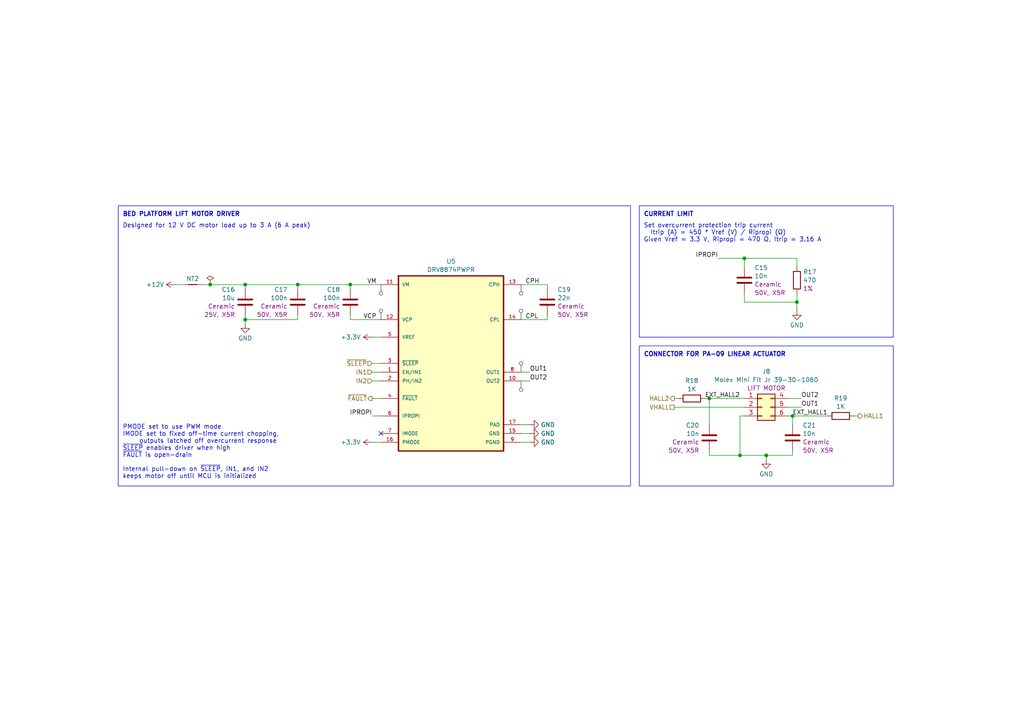
<source format=kicad_sch>
(kicad_sch (version 20250114) (generator "eeschema") (generator_version "9.0")
  (paper "A4")
  (title_block (title "Bed Lift Controller") (date "2025-10") (rev "v0.2") (company "Brown Studios LLC"))
  (lib_symbols
    (symbol "Connector_Generic:Conn_02x03_Top_Bottom" (pin_names (offset 1.016) (hide yes))
      (property "Reference" "J" (at 1.27 5.08 0))
      (property "Value" "Conn_02x03_Top_Bottom" (at 1.27 -5.08 0))
      (symbol "Conn_02x03_Top_Bottom_1_1"
        (rectangle (start -1.27 3.81) (end 3.81 -3.81) (stroke (width 0.254)) (fill (type background)))
        (rectangle (start -1.27 2.667) (end 0 2.413) (stroke (width 0.1524)))
        (rectangle (start -1.27 0.127) (end 0 -0.127) (stroke (width 0.1524)))
        (rectangle (start -1.27 -2.413) (end 0 -2.667) (stroke (width 0.1524)))
        (rectangle (start 3.81 2.667) (end 2.54 2.413) (stroke (width 0.1524)))
        (rectangle (start 3.81 0.127) (end 2.54 -0.127) (stroke (width 0.1524)))
        (rectangle (start 3.81 -2.413) (end 2.54 -2.667) (stroke (width 0.1524)))
        (pin passive line (at -5.08 2.54 0) (length 3.81) (name "Pin_1") (number "1"))
        (pin passive line (at -5.08 0 0) (length 3.81) (name "Pin_2") (number "2"))
        (pin passive line (at -5.08 -2.54 0) (length 3.81) (name "Pin_3") (number "3"))
        (pin passive line (at 7.62 2.54 180) (length 3.81) (name "Pin_4") (number "4"))
        (pin passive line (at 7.62 0 180) (length 3.81) (name "Pin_5") (number "5"))
        (pin passive line (at 7.62 -2.54 180) (length 3.81) (name "Pin_6") (number "6"))
      )
    )
    (symbol "DRV8874PWPR:DRV8874PWPR" (pin_names (offset 1.016))
      (property "Reference" "U" (at -15.24 26.4 0))
      (property "Value" "DRV8874PWPR" (at -15.24 -29.4 0))
      (symbol "DRV8874PWPR_0_0"
        (rectangle (start -15.24 25.4) (end 15.24 -25.4) (stroke (width 0.41)) (fill (type background)))
        (pin power_in line (at -20.32 22.86 0) (length 5.08) (name "VM") (number "11"))
        (pin power_out line (at -20.32 12.7 0) (length 5.08) (name "VCP") (number "12"))
        (pin input line (at -20.32 7.62 0) (length 5.08) (name "VREF") (number "5"))
        (pin input line (at -20.32 0 0) (length 5.08) (name "~{SLEEP}") (number "3"))
        (pin input line (at -20.32 -2.54 0) (length 5.08) (name "EN/IN1") (number "1"))
        (pin input line (at -20.32 -5.08 0) (length 5.08) (name "PH/IN2") (number "2"))
        (pin output line (at -20.32 -15.24 0) (length 5.08) (name "IPROPI") (number "6"))
        (pin input line (at -20.32 -20.32 0) (length 5.08) (name "IMODE") (number "7"))
        (pin input line (at -20.32 -22.86 0) (length 5.08) (name "PMODE") (number "16"))
        (pin power_out line (at 20.32 22.86 180) (length 5.08) (name "CPH") (number "13"))
        (pin power_out line (at 20.32 12.7 180) (length 5.08) (name "CPL") (number "14"))
        (pin passive line (at 20.32 -17.78 180) (length 5.08) (name "PAD") (number "17"))
        (pin power_in line (at 20.32 -20.32 180) (length 5.08) (name "GND") (number "15"))
        (pin power_in line (at 20.32 -22.86 180) (length 5.08) (name "PGND") (number "9"))
      )
      (symbol "DRV8874PWPR_1_0"
        (pin open_collector line (at -20.32 -10.16 0) (length 5.08) (name "~{FAULT}") (number "4"))
        (pin power_out line (at 20.32 -2.54 180) (length 5.08) (name "OUT1") (number "8"))
        (pin power_out line (at 20.32 -5.08 180) (length 5.08) (name "OUT2") (number "10"))
      )
    )
    (symbol "Device:C" (pin_numbers (hide yes)) (pin_names (offset 0.254))
      (property "Reference" "C" (at 0.635 2.54 0))
      (property "Value" "C" (at 0.635 -2.54 0))
      (symbol "C_0_1"
        (polyline (pts (xy -2.032 0.762) (xy 2.032 0.762)) (stroke (width 0.508)))
        (polyline (pts (xy -2.032 -0.762) (xy 2.032 -0.762)) (stroke (width 0.508)))
      )
      (symbol "C_1_1"
        (pin passive line (at 0 3.81 270) (length 2.794) (name "~") (number "1"))
        (pin passive line (at 0 -3.81 90) (length 2.794) (name "~") (number "2"))
      )
    )
    (symbol "Device:NetTie_2" (pin_numbers (hide yes)) (pin_names (offset 0) (hide yes)) (in_bom no)
      (property "Reference" "NT" (at 0 1.27 0))
      (property "Value" "NetTie_2" (at 0 -1.27 0))
      (symbol "NetTie_2_0_1"
        (polyline (pts (xy -1.27 0) (xy 1.27 0)) (stroke (width 0.254)))
      )
      (symbol "NetTie_2_1_1"
        (pin passive line (at -2.54 0 0) (length 2.54) (name "1") (number "1"))
        (pin passive line (at 2.54 0 180) (length 2.54) (name "2") (number "2"))
      )
    )
    (symbol "Device:R" (pin_numbers (hide yes)) (pin_names (offset 0))
      (property "Reference" "R" (at 2.032 0 90))
      (property "Value" "R" (at 0 0 90))
      (symbol "R_0_1"
        (rectangle (start -1.016 -2.54) (end 1.016 2.54) (stroke (width 0.254)))
      )
      (symbol "R_1_1"
        (pin passive line (at 0 3.81 270) (length 1.27) (name "~") (number "1"))
        (pin passive line (at 0 -3.81 90) (length 1.27) (name "~") (number "2"))
      )
    )
    (symbol "power:+12V" (power) (pin_numbers (hide yes)) (pin_names (offset 0) (hide yes))
      (property "Value" "+12V" (at 0 3.556 0))
      (symbol "+12V_0_1"
        (polyline (pts (xy -0.762 1.27) (xy 0 2.54)))
        (polyline (pts (xy 0 2.54) (xy 0.762 1.27)))
        (polyline (pts (xy 0 0) (xy 0 2.54)))
      )
      (symbol "+12V_1_1"
        (pin power_in line (at 0 0 90) (length 0) (name "~") (number "1"))
      )
    )
    (symbol "power:+3.3V" (power) (pin_numbers (hide yes)) (pin_names (offset 0) (hide yes))
      (property "Value" "+3.3V" (at 0 3.556 0))
      (symbol "+3.3V_0_1"
        (polyline (pts (xy -0.762 1.27) (xy 0 2.54)))
        (polyline (pts (xy 0 2.54) (xy 0.762 1.27)))
        (polyline (pts (xy 0 0) (xy 0 2.54)))
      )
      (symbol "+3.3V_1_1"
        (pin power_in line (at 0 0 90) (length 0) (name "~") (number "1"))
      )
    )
    (symbol "power:GND" (power) (pin_numbers (hide yes)) (pin_names (offset 0) (hide yes))
      (property "Value" "GND" (at 0 -3.81 0))
      (symbol "GND_0_1"
        (polyline (pts (xy 0 0) (xy 0 -1.27) (xy 1.27 -1.27) (xy 0 -2.54) (xy -1.27 -1.27) (xy 0 -1.27)))
      )
      (symbol "GND_1_1"
        (pin power_in line (at 0 0 270) (length 0) (name "~") (number "1"))
      )
    )
    (symbol "power:PWR_FLAG" (power) (pin_numbers (hide yes)) (pin_names (offset 0) (hide yes))
      (property "Value" "PWR_FLAG" (at 0 3.81 0))
      (symbol "PWR_FLAG_0_0"
        (pin power_out line (at 0 0 90) (length 0) (name "~") (number "1"))
      )
      (symbol "PWR_FLAG_0_1"
        (polyline (pts (xy 0 0) (xy 0 1.27) (xy -1.016 1.905) (xy 0 2.54) (xy 1.016 1.905) (xy 0 1.27)))
      )
    )
  )
  (rectangle (start 185.42 59.69) (end 259.08 97.79))
  (rectangle (start 34.29 59.69) (end 182.88 140.97))
  (rectangle (start 185.42 100.33) (end 259.08 140.97))
  (text "CONNECTOR FOR PA-09 LINEAR ACTUATOR" (at 186.69 102.87 0) (effects (font (size 1.27 1.27) (thickness 0.254) (bold yes)) (justify left)))
  (text "PMODE set to use PWM mode\nIMODE set to fixed off-time current chopping,\n	outputs latched off overcurrent response\n~{SLEEP} enables driver when high\n~{FAULT} is open-drain\n\nInternal pull-down on ~{SLEEP}, IN1, and IN2\nkeeps motor off until MCU is initialized" (at 35.56 123.19 0) (effects (font (size 1.27 1.27)) (justify left top)))
  (text "BED PLATFORM LIFT MOTOR DRIVER" (at 35.56 62.23 0) (effects (font (size 1.27 1.27) (thickness 0.254) (bold yes)) (justify left)))
  (text "CURRENT LIMIT" (at 186.69 62.23 0) (effects (font (size 1.27 1.27) (thickness 0.254) (bold yes)) (justify left)))
  (text "Designed for 12 V DC motor load up to 3 A (6 A peak)" (at 35.56 64.77 0) (effects (font (size 1.27 1.27)) (justify left top)))
  (text "Set overcurrent protection trip current\n  Itrip (A) = 450 * Vref (V) / Ripropi (Ω)\nGiven Vref = 3.3 V, Ripropi = 470 Ω, Itrip = 3.16 A" (at 186.69 64.77 0) (effects (font (size 1.27 1.27)) (justify left top)))
  (junction (at 101.6 82.55))
  (junction (at 60.96 82.55))
  (junction (at 86.36 82.55))
  (junction (at 214.63 132.08))
  (junction (at 205.74 115.57))
  (junction (at 229.87 120.65))
  (junction (at 71.12 82.55))
  (junction (at 215.9 74.93))
  (junction (at 71.12 92.71))
  (junction (at 231.14 87.63))
  (junction (at 222.25 132.08))
  (no_connect (at 110.49 125.73))
  (wire (pts (xy 214.63 132.08) (xy 222.25 132.08)))
  (wire (pts (xy 215.9 85.09) (xy 215.9 87.63)))
  (wire (pts (xy 101.6 92.71) (xy 110.49 92.71)))
  (wire (pts (xy 231.14 87.63) (xy 231.14 90.17)))
  (wire (pts (xy 231.14 85.09) (xy 231.14 87.63)))
  (wire (pts (xy 50.8 82.55) (xy 53.34 82.55)))
  (wire (pts (xy 101.6 91.44) (xy 101.6 92.71)))
  (wire (pts (xy 215.9 87.63) (xy 231.14 87.63)))
  (wire (pts (xy 151.13 107.95) (xy 153.67 107.95)))
  (wire (pts (xy 215.9 74.93) (xy 231.14 74.93)))
  (wire (pts (xy 204.47 115.57) (xy 205.74 115.57)))
  (wire (pts (xy 86.36 82.55) (xy 101.6 82.55)))
  (wire (pts (xy 71.12 92.71) (xy 71.12 93.98)))
  (wire (pts (xy 214.63 120.65) (xy 215.9 120.65)))
  (wire (pts (xy 101.6 83.82) (xy 101.6 82.55)))
  (wire (pts (xy 71.12 82.55) (xy 86.36 82.55)))
  (wire (pts (xy 214.63 120.65) (xy 214.63 132.08)))
  (wire (pts (xy 205.74 130.81) (xy 205.74 132.08)))
  (wire (pts (xy 228.6 115.57) (xy 232.41 115.57)))
  (wire (pts (xy 151.13 82.55) (xy 158.75 82.55)))
  (wire (pts (xy 71.12 91.44) (xy 71.12 92.71)))
  (wire (pts (xy 107.95 107.95) (xy 110.49 107.95)))
  (wire (pts (xy 195.58 118.11) (xy 215.9 118.11)))
  (wire (pts (xy 151.13 125.73) (xy 153.67 125.73)))
  (wire (pts (xy 151.13 128.27) (xy 153.67 128.27)))
  (wire (pts (xy 71.12 82.55) (xy 71.12 83.82)))
  (wire (pts (xy 107.95 110.49) (xy 110.49 110.49)))
  (wire (pts (xy 71.12 92.71) (xy 86.36 92.71)))
  (wire (pts (xy 208.28 74.93) (xy 215.9 74.93)))
  (wire (pts (xy 158.75 83.82) (xy 158.75 82.55)))
  (wire (pts (xy 107.95 115.57) (xy 110.49 115.57)))
  (wire (pts (xy 195.58 115.57) (xy 196.85 115.57)))
  (wire (pts (xy 151.13 92.71) (xy 158.75 92.71)))
  (wire (pts (xy 205.74 115.57) (xy 205.74 123.19)))
  (wire (pts (xy 228.6 118.11) (xy 232.41 118.11)))
  (wire (pts (xy 107.95 97.79) (xy 110.49 97.79)))
  (wire (pts (xy 205.74 115.57) (xy 215.9 115.57)))
  (wire (pts (xy 229.87 120.65) (xy 229.87 123.19)))
  (wire (pts (xy 228.6 120.65) (xy 229.87 120.65)))
  (wire (pts (xy 222.25 132.08) (xy 222.25 133.35)))
  (wire (pts (xy 205.74 132.08) (xy 214.63 132.08)))
  (wire (pts (xy 247.65 120.65) (xy 248.92 120.65)))
  (wire (pts (xy 107.95 105.41) (xy 110.49 105.41)))
  (wire (pts (xy 58.42 82.55) (xy 60.96 82.55)))
  (wire (pts (xy 231.14 74.93) (xy 231.14 77.47)))
  (wire (pts (xy 107.95 128.27) (xy 110.49 128.27)))
  (wire (pts (xy 229.87 132.08) (xy 229.87 130.81)))
  (wire (pts (xy 71.12 82.55) (xy 60.96 82.55)))
  (wire (pts (xy 151.13 110.49) (xy 153.67 110.49)))
  (wire (pts (xy 86.36 82.55) (xy 86.36 83.82)))
  (wire (pts (xy 158.75 91.44) (xy 158.75 92.71)))
  (wire (pts (xy 215.9 74.93) (xy 215.9 77.47)))
  (wire (pts (xy 229.87 120.65) (xy 240.03 120.65)))
  (wire (pts (xy 229.87 132.08) (xy 222.25 132.08)))
  (wire (pts (xy 151.13 123.19) (xy 153.67 123.19)))
  (wire (pts (xy 86.36 92.71) (xy 86.36 91.44)))
  (wire (pts (xy 101.6 82.55) (xy 110.49 82.55)))
  (wire (pts (xy 107.95 120.65) (xy 110.49 120.65)))
  (label "IPROPI" (at 107.95 120.65 180))
  (label "EXT_HALL2" (at 214.63 115.57 180))
  (label "CPH" (at 152.4 82.55 0))
  (label "VM" (at 109.22 82.55 180))
  (label "OUT2" (at 153.67 110.49 0))
  (label "VCP" (at 109.22 92.71 180))
  (label "OUT1" (at 232.41 118.11 0))
  (label "OUT2" (at 232.41 115.57 0))
  (label "IPROPI" (at 208.28 74.93 180))
  (label "EXT_HALL1" (at 229.87 120.65 0))
  (label "CPL" (at 152.4 92.71 0))
  (label "OUT1" (at 153.67 107.95 0))
  (hierarchical_label "~{FAULT}" (shape output) (at 107.95 115.57 180))
  (hierarchical_label "IN1" (shape input) (at 107.95 107.95 180))
  (hierarchical_label "IN2" (shape input) (at 107.95 110.49 180))
  (hierarchical_label "HALL1" (shape output) (at 248.92 120.65 0))
  (hierarchical_label "HALL2" (shape output) (at 195.58 115.57 180))
  (hierarchical_label "~{SLEEP}" (shape input) (at 107.95 105.41 180))
  (hierarchical_label "VHALL" (shape passive) (at 195.58 118.11 180))
  (netclass_flag "" (length 2.54) (shape round) (at 151.13 110.49 180) (property "Netclass" "Power-4A" (effects (hide yes))))
  (netclass_flag "" (length 2.54) (shape round) (at 110.49 92.71 0) (property "Netclass" "Power" (effects (hide yes))))
  (netclass_flag "" (length 2.54) (shape round) (at 151.13 92.71 0) (property "Netclass" "Power" (effects (hide yes))))
  (netclass_flag "" (length 2.54) (shape round) (at 110.49 82.55 180) (property "Netclass" "Power-4A" (effects (hide yes))))
  (netclass_flag "" (length 2.54) (shape round) (at 151.13 82.55 180) (property "Netclass" "Power" (effects (hide yes))))
  (netclass_flag "" (length 2.54) (shape round) (at 151.13 107.95 0) (property "Netclass" "Power-4A" (effects (hide yes))))
  (symbol (lib_id "power:GND") (at 222.25 133.35 0) (unit 1)
    (property "Reference" "#PWR031" (effects (hide yes)))
    (property "Value" "GND" (at 222.25 137.4831 0))
    (property "Description" "Power symbol creates a global label with name \"GND\" , ground" (effects (hide yes)))
    (instances (project "bed-lift" (path "" (reference "#PWR031") (unit 1)) (path "" (reference "#PWR040") (unit 1))))
  )
  (symbol (lib_id "Device:C") (at 86.36 87.63 0) (mirror y) (unit 1)
    (property "Reference" "C17" (at 83.439 83.9935 0) (effects (justify left)))
    (property "Value" "100n" (at 83.439 86.4178 0) (effects (justify left)))
    (property "Footprint" "Capacitor_SMD:C_0603_1608Metric" (effects (hide yes)))
    (property "Description" "Unpolarized capacitor" (effects (hide yes)))
    (property "Type" "Ceramic" (at 83.439 88.8421 0) (effects (justify left)))
    (property "Rating" "50V, X5R" (at 83.439 91.2664 0) (effects (justify left)))
    (property "LCSC" "C14663" (effects (hide yes)))
    (instances (project "bed-lift" (path "" (reference "C17") (unit 1)) (path "" (reference "C24") (unit 1))))
  )
  (symbol (lib_id "power:GND") (at 153.67 125.73 90) (unit 1)
    (property "Reference" "#PWR028" (effects (hide yes)))
    (property "Value" "GND" (at 156.845 125.73 90) (effects (justify right)))
    (property "Description" "Power symbol creates a global label with name \"GND\" , ground" (effects (hide yes)))
    (instances (project "bed-lift" (path "" (reference "#PWR028") (unit 1)) (path "" (reference "#PWR037") (unit 1))))
  )
  (symbol (lib_id "Connector_Generic:Conn_02x03_Top_Bottom") (at 220.98 118.11 0) (unit 1)
    (property "Reference" "J8" (at 222.25 107.7313 0))
    (property "Value" "Molex Mini Fit Jr 39-30-1060" (at 222.25 110.1556 0))
    (property "Footprint" "Molex:MOLEX_39301060" (effects (hide yes)))
    (property "Description" "Generic connector, double row, 02x03, top/bottom pin numbering scheme (row 1: 1...pins_per_row, row2: pins_per_row+1 ... num_pins), script generated (kicad-library-utils/schlib/autogen/connector/)" (effects (hide yes)))
    (property "Label" "LIFT MOTOR" (at 222.25 112.5799 0))
    (instances (project "" (path "" (reference "J8") (unit 1)) (path "" (reference "J9") (unit 1))))
  )
  (symbol (lib_id "power:PWR_FLAG") (at 60.96 82.55 0) (unit 1)
    (property "Reference" "#FLG06" (effects (hide yes)))
    (property "Value" "PWR_FLAG" (effects (hide yes)))
    (property "Description" "Special symbol for telling ERC where power comes from" (effects (hide yes)))
    (instances (project "bed-lift" (path "" (reference "#FLG06") (unit 1)) (path "" (reference "#FLG07") (unit 1))))
  )
  (symbol (lib_id "Device:C") (at 158.75 87.63 0) (unit 1)
    (property "Reference" "C19" (at 161.671 83.9935 0) (effects (justify left)))
    (property "Value" "22n" (at 161.671 86.4178 0) (effects (justify left)))
    (property "Footprint" "Capacitor_SMD:C_0603_1608Metric" (effects (hide yes)))
    (property "Description" "Unpolarized capacitor" (effects (hide yes)))
    (property "Type" "Ceramic" (at 161.671 88.8421 0) (effects (justify left)))
    (property "Rating" "50V, X5R" (at 161.671 91.2664 0) (effects (justify left)))
    (property "LCSC" "C21122" (effects (hide yes)))
    (instances (project "bed-lift" (path "" (reference "C19") (unit 1)) (path "" (reference "C26") (unit 1))))
  )
  (symbol (lib_id "Device:C") (at 101.6 87.63 0) (mirror y) (unit 1)
    (property "Reference" "C18" (at 98.679 83.9935 0) (effects (justify left)))
    (property "Value" "100n" (at 98.679 86.4178 0) (effects (justify left)))
    (property "Footprint" "Capacitor_SMD:C_0603_1608Metric" (effects (hide yes)))
    (property "Description" "Unpolarized capacitor" (effects (hide yes)))
    (property "Type" "Ceramic" (at 98.679 88.8421 0) (effects (justify left)))
    (property "Rating" "50V, X5R" (at 98.679 91.2664 0) (effects (justify left)))
    (property "LCSC" "C14663" (effects (hide yes)))
    (instances (project "bed-lift" (path "" (reference "C18") (unit 1)) (path "" (reference "C25") (unit 1))))
  )
  (symbol (lib_id "DRV8874PWPR:DRV8874PWPR") (at 130.81 105.41 0) (unit 1)
    (property "Reference" "U5" (at 130.81 75.7875 0))
    (property "Value" "DRV8874PWPR" (at 130.81 78.2118 0))
    (property "Footprint" "DRV8874PWPR:HTSSOP-16 PWP0016J" (effects (hide yes)))
    (property "Datasheet" "https://www.ti.com/lit/ds/slvsf66a/slvsf66a.pdf" (effects (hide yes)))
    (property "PACKAGE" "HTSSOP-16 Texas Instruments" (effects (hide yes)))
    (property "MAXIMUM_PACKAGE_HEIGHT" "1.2mm" (effects (hide yes)))
    (property "MANUFACTURER" "Texas Instruments" (effects (hide yes)))
    (property "LCSC" "C1855818" (effects (hide yes)))
    (instances (project "bed-lift" (path "" (reference "U5") (unit 1)) (path "" (reference "U6") (unit 1))))
  )
  (symbol (lib_id "power:GND") (at 71.12 93.98 0) (unit 1)
    (property "Reference" "#PWR025" (effects (hide yes)))
    (property "Value" "GND" (at 71.12 98.1131 0))
    (property "Description" "Power symbol creates a global label with name \"GND\" , ground" (effects (hide yes)))
    (instances (project "bed-lift" (path "" (reference "#PWR025") (unit 1)) (path "" (reference "#PWR034") (unit 1))))
  )
  (symbol (lib_id "power:+12V") (at 50.8 82.55 90) (unit 1)
    (property "Reference" "#PWR023" (effects (hide yes)))
    (property "Value" "+12V" (at 47.625 82.55 90) (effects (justify left)))
    (property "Description" "Power symbol creates a global label with name \"+12V\"" (effects (hide yes)))
    (instances (project "bed-lift" (path "" (reference "#PWR023") (unit 1)) (path "" (reference "#PWR032") (unit 1))))
  )
  (symbol (lib_id "power:GND") (at 231.14 90.17 0) (unit 1)
    (property "Reference" "#PWR024" (effects (hide yes)))
    (property "Value" "GND" (at 231.14 94.3031 0))
    (property "Description" "Power symbol creates a global label with name \"GND\" , ground" (effects (hide yes)))
    (instances (project "bed-lift" (path "" (reference "#PWR024") (unit 1)) (path "" (reference "#PWR033") (unit 1))))
  )
  (symbol (lib_id "power:+3.3V") (at 107.95 128.27 90) (unit 1)
    (property "Reference" "#PWR029" (effects (hide yes)))
    (property "Value" "+3.3V" (at 104.648 128.27 90) (effects (justify left)))
    (property "Description" "Power symbol creates a global label with name \"+3.3V\"" (effects (hide yes)))
    (instances (project "bed-lift" (path "" (reference "#PWR029") (unit 1)) (path "" (reference "#PWR038") (unit 1))))
  )
  (symbol (lib_id "Device:NetTie_2") (at 55.88 82.55 0) (unit 1) (in_bom no)
    (property "Reference" "NT2" (at 55.88 80.8299 0))
    (property "Value" "NetTie_2" (effects (hide yes)))
    (property "Footprint" "Generic:NetTie-2_SMD_Pad2.5mm" (effects (hide yes)))
    (property "Description" "Net tie, 2 pins" (effects (hide yes)))
    (instances (project "bed-lift" (path "" (reference "NT2") (unit 1)) (path "" (reference "NT3") (unit 1))))
  )
  (symbol (lib_id "Device:C") (at 71.12 87.63 0) (mirror x) (unit 1)
    (property "Reference" "C16" (at 68.199 83.9935 0) (effects (justify right)))
    (property "Value" "10u" (at 68.199 86.4178 0) (effects (justify right)))
    (property "Footprint" "Capacitor_SMD:C_0805_2012Metric" (effects (hide yes)))
    (property "Description" "Unpolarized capacitor" (effects (hide yes)))
    (property "Type" "Ceramic" (at 68.199 88.8421 0) (effects (justify right)))
    (property "Rating" "25V, X5R" (at 68.199 91.2664 0) (effects (justify right)))
    (property "LCSC" "C15850" (effects (hide yes)))
    (instances (project "bed-lift" (path "" (reference "C16") (unit 1)) (path "" (reference "C23") (unit 1))))
  )
  (symbol (lib_id "Device:C") (at 205.74 127 0) (unit 1)
    (property "Reference" "C20" (at 202.819 123.3635 0) (effects (justify right)))
    (property "Value" "10n" (at 202.819 125.7878 0) (effects (justify right)))
    (property "Footprint" "Capacitor_SMD:C_0603_1608Metric" (effects (hide yes)))
    (property "Description" "Unpolarized capacitor" (effects (hide yes)))
    (property "Type" "Ceramic" (at 202.819 128.2121 0) (effects (justify right)))
    (property "Rating" "50V, X5R" (at 202.819 130.6364 0) (effects (justify right)))
    (property "LCSC" "C57112" (effects (hide yes)))
    (instances (project "bed-lift" (path "" (reference "C20") (unit 1)) (path "" (reference "C27") (unit 1))))
  )
  (symbol (lib_id "power:GND") (at 153.67 128.27 90) (unit 1)
    (property "Reference" "#PWR030" (effects (hide yes)))
    (property "Value" "GND" (at 156.845 128.27 90) (effects (justify right)))
    (property "Description" "Power symbol creates a global label with name \"GND\" , ground" (effects (hide yes)))
    (instances (project "bed-lift" (path "" (reference "#PWR030") (unit 1)) (path "" (reference "#PWR039") (unit 1))))
  )
  (symbol (lib_id "Device:C") (at 229.87 127 0) (mirror y) (unit 1)
    (property "Reference" "C21" (at 232.791 123.3635 0) (effects (justify right)))
    (property "Value" "10n" (at 232.791 125.7878 0) (effects (justify right)))
    (property "Footprint" "Capacitor_SMD:C_0603_1608Metric" (effects (hide yes)))
    (property "Description" "Unpolarized capacitor" (effects (hide yes)))
    (property "Type" "Ceramic" (at 232.791 128.2121 0) (effects (justify right)))
    (property "Rating" "50V, X5R" (at 232.791 130.6364 0) (effects (justify right)))
    (property "LCSC" "C57112" (effects (hide yes)))
    (instances (project "bed-lift" (path "" (reference "C21") (unit 1)) (path "" (reference "C28") (unit 1))))
  )
  (symbol (lib_id "power:GND") (at 153.67 123.19 90) (unit 1)
    (property "Reference" "#PWR027" (effects (hide yes)))
    (property "Value" "GND" (at 156.845 123.19 90) (effects (justify right)))
    (property "Description" "Power symbol creates a global label with name \"GND\" , ground" (effects (hide yes)))
    (instances (project "bed-lift" (path "" (reference "#PWR027") (unit 1)) (path "" (reference "#PWR036") (unit 1))))
  )
  (symbol (lib_id "Device:R") (at 231.14 81.28 0) (mirror y) (unit 1)
    (property "Reference" "R17" (at 232.918 78.8557 0) (effects (justify right)))
    (property "Value" "470" (at 232.918 81.28 0) (effects (justify right)))
    (property "Footprint" "Resistor_SMD:R_0603_1608Metric" (effects (hide yes)))
    (property "Description" "Resistor" (effects (hide yes)))
    (property "Rating" "1%" (at 232.918 83.7043 0) (effects (justify right)))
    (property "LCSC" "C23179" (effects (hide yes)))
    (instances (project "bed-lift" (path "" (reference "R17") (unit 1)) (path "" (reference "R20") (unit 1))))
  )
  (symbol (lib_id "power:+3.3V") (at 107.95 97.79 90) (unit 1)
    (property "Reference" "#PWR026" (effects (hide yes)))
    (property "Value" "+3.3V" (at 104.648 97.79 90) (effects (justify left)))
    (property "Description" "Power symbol creates a global label with name \"+3.3V\"" (effects (hide yes)))
    (instances (project "bed-lift" (path "" (reference "#PWR026") (unit 1)) (path "" (reference "#PWR035") (unit 1))))
  )
  (symbol (lib_id "Device:R") (at 200.66 115.57 90) (unit 1)
    (property "Reference" "R18" (at 200.66 110.4095 90))
    (property "Value" "1K" (at 200.66 112.8338 90))
    (property "Footprint" "Resistor_SMD:R_0603_1608Metric" (effects (hide yes)))
    (property "Description" "Resistor" (effects (hide yes)))
    (property "LCSC" "C21190" (effects (hide yes)))
    (instances (project "bed-lift" (path "" (reference "R18") (unit 1)) (path "" (reference "R21") (unit 1))))
  )
  (symbol (lib_id "Device:R") (at 243.84 120.65 90) (unit 1)
    (property "Reference" "R19" (at 243.84 115.4895 90))
    (property "Value" "1K" (at 243.84 117.9138 90))
    (property "Footprint" "Resistor_SMD:R_0603_1608Metric" (effects (hide yes)))
    (property "Description" "Resistor" (effects (hide yes)))
    (property "LCSC" "C21190" (effects (hide yes)))
    (instances (project "bed-lift" (path "" (reference "R19") (unit 1)) (path "" (reference "R22") (unit 1))))
  )
  (symbol (lib_id "Device:C") (at 215.9 81.28 0) (mirror y) (unit 1)
    (property "Reference" "C15" (at 218.821 77.6435 0) (effects (justify right)))
    (property "Value" "10n" (at 218.821 80.0678 0) (effects (justify right)))
    (property "Footprint" "Capacitor_SMD:C_0603_1608Metric" (effects (hide yes)))
    (property "Description" "Unpolarized capacitor" (effects (hide yes)))
    (property "Type" "Ceramic" (at 218.821 82.4921 0) (effects (justify right)))
    (property "Rating" "50V, X5R" (at 218.821 84.9164 0) (effects (justify right)))
    (property "LCSC" "C57112" (effects (hide yes)))
    (instances (project "bed-lift" (path "" (reference "C15") (unit 1)) (path "" (reference "C22") (unit 1))))
  )
)
</source>
